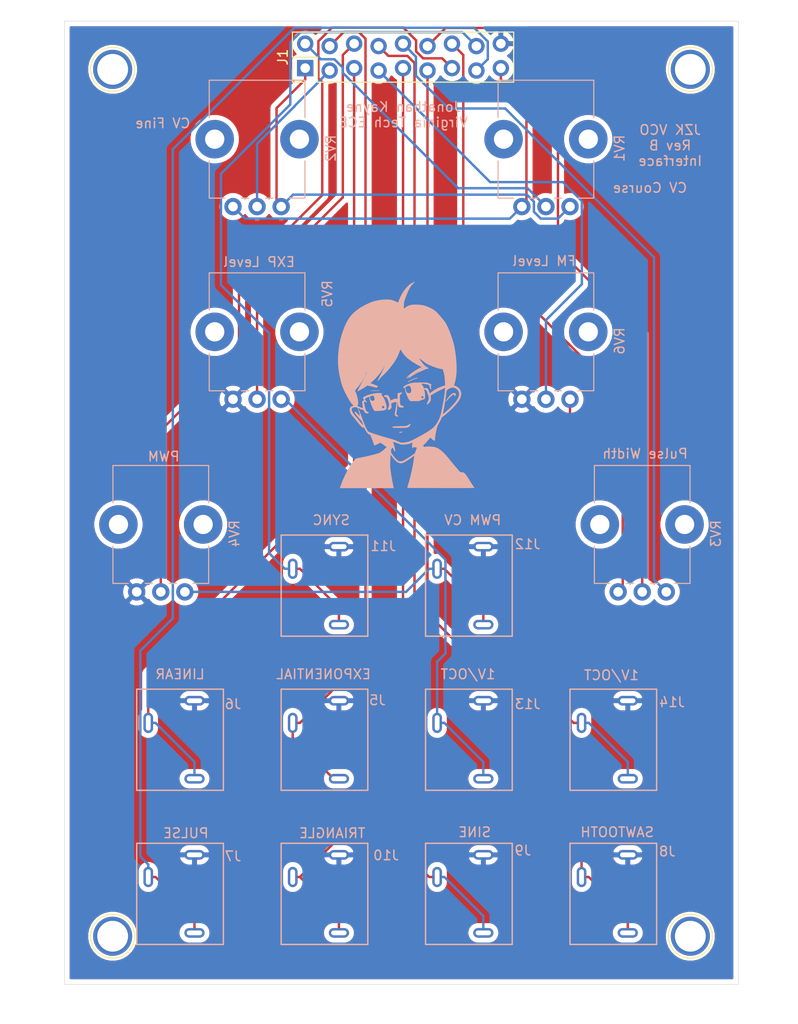
<source format=kicad_pcb>
(kicad_pcb (version 20171130) (host pcbnew "(5.1.0)-1")
  (layers (0 F.Cu signal) (31 B.Cu signal) (34 B.Paste user) (35 F.Paste user) (36 B.SilkS user) (37 F.SilkS user) (38 B.Mask user) (39 F.Mask user) (44 Edge.Cuts user))
  (net 0 "")
  (net 1 Sine)
  (net 2 CV1)
  (net 3 Triangle)
  (net 4 CV2)
  (net 5 Sawtooth)
  (net 6 PWM_CV)
  (net 7 Pulse)
  (net 8 EXP_FM_CV)
  (net 9 Sync)
  (net 10 LIN_FM_CV)
  (net 11 GND)
  (net 12 -12V)
  (net 13 +12V)
  (net 14 "Net-(J12-Pad2)")
  (net 15 "Net-(J13-Pad2)")
  (net 16 "Net-(J14-Pad2)")
  (net 17 "Net-(CN1-Pad1)")
  (net 18 "Net-(CN2-Pad1)")
  (net 19 "Net-(CN3-Pad1)")
  (net 20 "Net-(CN4-Pad1)")
  (net 21 PW-)
  (net 22 Pulse_Width)
  (net 23 PW+)
  (net 24 CV_Fine)
  (net 25 CV_Coarse)
  (module Synth:Schurter_4832_Jack (layer B.Cu) (at 72.5 104.25)
    (fp_text reference J5 (at 5 -3.75) (layer B.SilkS) (effects (justify mirror)))
    (fp_text value 4832)
    (pad 3 thru_hole oval (at 1 4.4 90) (size 1 2.1) (drill oval 0.5 1.6) (layers *.Cu *.Mask) (net 2 CV1))
    (pad 2 thru_hole oval (at -3.8 -1.4 180) (size 1 2.1) (drill oval 0.5 1.6) (layers *.Cu *.Mask) (net 2 CV1))
    (pad 1 thru_hole oval (at 1 -3.7 270) (size 1 2.1) (drill oval 0.5 1.6) (layers *.Cu *.Mask) (net 11 GND))
  )
  (module Synth:Schurter_4832_Jack (layer B.Cu) (at 57.5 104.25)
    (fp_text reference J6 (at 5 -3.35) (layer B.SilkS) (effects (justify mirror)))
    (fp_text value 4832)
    (pad 3 thru_hole oval (at 1 4.4 90) (size 1 2.1) (drill oval 0.5 1.6) (layers *.Cu *.Mask) (net 4 CV2))
    (pad 2 thru_hole oval (at -3.8 -1.4 180) (size 1 2.1) (drill oval 0.5 1.6) (layers *.Cu *.Mask) (net 4 CV2))
    (pad 1 thru_hole oval (at 1 -3.7 270) (size 1 2.1) (drill oval 0.5 1.6) (layers *.Cu *.Mask) (net 11 GND))
  )
  (module Synth:Schurter_4832_Jack (layer B.Cu) (at 57.5 120.25)
    (fp_text reference J7 (at 5 -3.55) (layer B.SilkS) (effects (justify mirror)))
    (fp_text value 4832)
    (pad 3 thru_hole oval (at 1 4.4 90) (size 1 2.1) (drill oval 0.5 1.6) (layers *.Cu *.Mask) (net 7 Pulse))
    (pad 2 thru_hole oval (at -3.8 -1.4 180) (size 1 2.1) (drill oval 0.5 1.6) (layers *.Cu *.Mask) (net 7 Pulse))
    (pad 1 thru_hole oval (at 1 -3.7 270) (size 1 2.1) (drill oval 0.5 1.6) (layers *.Cu *.Mask) (net 11 GND))
  )
  (module Synth:Schurter_4832_Jack (layer B.Cu) (at 102.5 120.25)
    (fp_text reference J8 (at 5.1 -4.05) (layer B.SilkS) (effects (justify mirror)))
    (fp_text value 4832)
    (pad 3 thru_hole oval (at 1 4.4 90) (size 1 2.1) (drill oval 0.5 1.6) (layers *.Cu *.Mask) (net 5 Sawtooth))
    (pad 2 thru_hole oval (at -3.8 -1.4 180) (size 1 2.1) (drill oval 0.5 1.6) (layers *.Cu *.Mask) (net 5 Sawtooth))
    (pad 1 thru_hole oval (at 1 -3.7 270) (size 1 2.1) (drill oval 0.5 1.6) (layers *.Cu *.Mask) (net 11 GND))
  )
  (module Synth:Schurter_4832_Jack (layer B.Cu) (at 87.5 120.25)
    (fp_text reference J9 (at 5.1 -4.15) (layer B.SilkS) (effects (justify mirror)))
    (fp_text value 4832)
    (pad 3 thru_hole oval (at 1 4.4 90) (size 1 2.1) (drill oval 0.5 1.6) (layers *.Cu *.Mask) (net 1 Sine))
    (pad 2 thru_hole oval (at -3.8 -1.4 180) (size 1 2.1) (drill oval 0.5 1.6) (layers *.Cu *.Mask) (net 1 Sine))
    (pad 1 thru_hole oval (at 1 -3.7 270) (size 1 2.1) (drill oval 0.5 1.6) (layers *.Cu *.Mask) (net 11 GND))
  )
  (module Synth:Schurter_4832_Jack (layer B.Cu) (at 72.5 120.25)
    (fp_text reference J10 (at 5.9 -3.65) (layer B.SilkS) (effects (justify mirror)))
    (fp_text value 4832)
    (pad 3 thru_hole oval (at 1 4.4 90) (size 1 2.1) (drill oval 0.5 1.6) (layers *.Cu *.Mask) (net 3 Triangle))
    (pad 2 thru_hole oval (at -3.8 -1.4 180) (size 1 2.1) (drill oval 0.5 1.6) (layers *.Cu *.Mask) (net 3 Triangle))
    (pad 1 thru_hole oval (at 1 -3.7 270) (size 1 2.1) (drill oval 0.5 1.6) (layers *.Cu *.Mask) (net 11 GND))
  )
  (module Synth:Schurter_4832_Jack (layer B.Cu) (at 72.5 88.25)
    (fp_text reference J11 (at 5.6 -3.75) (layer B.SilkS) (effects (justify mirror)))
    (fp_text value 4832)
    (pad 3 thru_hole oval (at 1 4.4 90) (size 1 2.1) (drill oval 0.5 1.6) (layers *.Cu *.Mask) (net 9 Sync))
    (pad 2 thru_hole oval (at -3.8 -1.4 180) (size 1 2.1) (drill oval 0.5 1.6) (layers *.Cu *.Mask) (net 9 Sync))
    (pad 1 thru_hole oval (at 1 -3.7 270) (size 1 2.1) (drill oval 0.5 1.6) (layers *.Cu *.Mask) (net 11 GND))
  )
  (module Synth:Schurter_4832_Jack (layer B.Cu) (at 87.5 88.25)
    (fp_text reference J12 (at 5.6 -3.95) (layer B.SilkS) (effects (justify mirror)))
    (fp_text value 4832)
    (pad 3 thru_hole oval (at 1 4.4 90) (size 1 2.1) (drill oval 0.5 1.6) (layers *.Cu *.Mask) (net 14 "Net-(J12-Pad2)"))
    (pad 2 thru_hole oval (at -3.8 -1.4 180) (size 1 2.1) (drill oval 0.5 1.6) (layers *.Cu *.Mask) (net 14 "Net-(J12-Pad2)"))
    (pad 1 thru_hole oval (at 1 -3.7 270) (size 1 2.1) (drill oval 0.5 1.6) (layers *.Cu *.Mask) (net 11 GND))
  )
  (module Synth:Schurter_4832_Jack (layer B.Cu) (at 87.5 104.25)
    (fp_text reference J13 (at 5.6 -3.35) (layer B.SilkS) (effects (justify mirror)))
    (fp_text value 4832)
    (pad 3 thru_hole oval (at 1 4.4 90) (size 1 2.1) (drill oval 0.5 1.6) (layers *.Cu *.Mask) (net 15 "Net-(J13-Pad2)"))
    (pad 2 thru_hole oval (at -3.8 -1.4 180) (size 1 2.1) (drill oval 0.5 1.6) (layers *.Cu *.Mask) (net 15 "Net-(J13-Pad2)"))
    (pad 1 thru_hole oval (at 1 -3.7 270) (size 1 2.1) (drill oval 0.5 1.6) (layers *.Cu *.Mask) (net 11 GND))
  )
  (module Synth:Schurter_4832_Jack (layer B.Cu) (at 102.5 104.25)
    (fp_text reference J14 (at 5.6 -3.55) (layer B.SilkS) (effects (justify mirror)))
    (fp_text value 4832)
    (pad 3 thru_hole oval (at 1 4.4 90) (size 1 2.1) (drill oval 0.5 1.6) (layers *.Cu *.Mask) (net 16 "Net-(J14-Pad2)"))
    (pad 2 thru_hole oval (at -3.8 -1.4 180) (size 1 2.1) (drill oval 0.5 1.6) (layers *.Cu *.Mask) (net 16 "Net-(J14-Pad2)"))
    (pad 1 thru_hole oval (at 1 -3.7 270) (size 1 2.1) (drill oval 0.5 1.6) (layers *.Cu *.Mask) (net 11 GND))
  )
  (module Synth:Potentiometer_Bourns_PTV09A-1_Single_Vertical (layer B.Cu) (at 95 41.75 90)
    (fp_text reference RV1 (at -1.45 7.65 90) (layer B.SilkS) (effects (justify mirror)))
    (fp_text value 25k)
    (pad 3 thru_hole circle (at -7.5 2.5 90) (size 1.8 1.8) (drill 1) (layers *.Cu *.Mask) (net 13 +12V))
    (pad 2 thru_hole circle (at -7.5 0 90) (size 1.8 1.8) (drill 1) (layers *.Cu *.Mask) (net 25 CV_Coarse))
    (pad 1 thru_hole circle (at -7.5 -2.5 90) (size 1.8 1.8) (drill 1) (layers *.Cu *.Mask) (net 12 -12V))
    (pad "" np_thru_hole circle (at -0.5 4.4 90) (size 4 4) (drill 2) (layers *.Cu *.Mask))
    (pad "" np_thru_hole circle (at -0.5 -4.4 90) (size 4 4) (drill 2) (layers *.Cu *.Mask))
  )
  (module Synth:Potentiometer_Bourns_PTV09A-1_Single_Vertical (layer B.Cu) (at 65 41.75 90)
    (fp_text reference RV2 (at -1.45 7.65 90) (layer B.SilkS) (effects (justify mirror)))
    (fp_text value 25k)
    (pad 3 thru_hole circle (at -7.5 2.5 90) (size 1.8 1.8) (drill 1) (layers *.Cu *.Mask) (net 13 +12V))
    (pad 2 thru_hole circle (at -7.5 0 90) (size 1.8 1.8) (drill 1) (layers *.Cu *.Mask) (net 24 CV_Fine))
    (pad 1 thru_hole circle (at -7.5 -2.5 90) (size 1.8 1.8) (drill 1) (layers *.Cu *.Mask) (net 12 -12V))
    (pad "" np_thru_hole circle (at -0.5 4.4 90) (size 4 4) (drill 2) (layers *.Cu *.Mask))
    (pad "" np_thru_hole circle (at -0.5 -4.4 90) (size 4 4) (drill 2) (layers *.Cu *.Mask))
  )
  (module Synth:Potentiometer_Bourns_PTV09A-1_Single_Vertical (layer B.Cu) (at 105 81.75 90)
    (fp_text reference RV3 (at -1.45 7.65 90) (layer B.SilkS) (effects (justify mirror)))
    (fp_text value 25k)
    (pad 3 thru_hole circle (at -7.5 2.5 90) (size 1.8 1.8) (drill 1) (layers *.Cu *.Mask) (net 23 PW+))
    (pad 2 thru_hole circle (at -7.5 0 90) (size 1.8 1.8) (drill 1) (layers *.Cu *.Mask) (net 22 Pulse_Width))
    (pad 1 thru_hole circle (at -7.5 -2.5 90) (size 1.8 1.8) (drill 1) (layers *.Cu *.Mask) (net 21 PW-))
    (pad "" np_thru_hole circle (at -0.5 4.4 90) (size 4 4) (drill 2) (layers *.Cu *.Mask))
    (pad "" np_thru_hole circle (at -0.5 -4.4 90) (size 4 4) (drill 2) (layers *.Cu *.Mask))
  )
  (module Synth:Potentiometer_Bourns_PTV09A-1_Single_Vertical (layer B.Cu) (at 55 81.75 90)
    (fp_text reference RV4 (at -1.45 7.65 90) (layer B.SilkS) (effects (justify mirror)))
    (fp_text value 25k)
    (pad 3 thru_hole circle (at -7.5 2.5 90) (size 1.8 1.8) (drill 1) (layers *.Cu *.Mask) (net 14 "Net-(J12-Pad2)"))
    (pad 2 thru_hole circle (at -7.5 0 90) (size 1.8 1.8) (drill 1) (layers *.Cu *.Mask) (net 6 PWM_CV))
    (pad 1 thru_hole circle (at -7.5 -2.5 90) (size 1.8 1.8) (drill 1) (layers *.Cu *.Mask) (net 11 GND))
    (pad "" np_thru_hole circle (at -0.5 4.4 90) (size 4 4) (drill 2) (layers *.Cu *.Mask))
    (pad "" np_thru_hole circle (at -0.5 -4.4 90) (size 4 4) (drill 2) (layers *.Cu *.Mask))
  )
  (module Synth:Potentiometer_Bourns_PTV09A-1_Single_Vertical (layer B.Cu) (at 65 61.75 90)
    (fp_text reference RV5 (at 3.45 7.3 90) (layer B.SilkS) (effects (justify mirror)))
    (fp_text value 25k)
    (pad 3 thru_hole circle (at -7.5 2.5 90) (size 1.8 1.8) (drill 1) (layers *.Cu *.Mask) (net 15 "Net-(J13-Pad2)"))
    (pad 2 thru_hole circle (at -7.5 0 90) (size 1.8 1.8) (drill 1) (layers *.Cu *.Mask) (net 8 EXP_FM_CV))
    (pad 1 thru_hole circle (at -7.5 -2.5 90) (size 1.8 1.8) (drill 1) (layers *.Cu *.Mask) (net 11 GND))
    (pad "" np_thru_hole circle (at -0.5 4.4 90) (size 4 4) (drill 2) (layers *.Cu *.Mask))
    (pad "" np_thru_hole circle (at -0.5 -4.4 90) (size 4 4) (drill 2) (layers *.Cu *.Mask))
  )
  (module Synth:Potentiometer_Bourns_PTV09A-1_Single_Vertical (layer B.Cu) (at 95 61.75 90)
    (fp_text reference RV6 (at -1.45 7.65 90) (layer B.SilkS) (effects (justify mirror)))
    (fp_text value 25k)
    (pad 3 thru_hole circle (at -7.5 2.5 90) (size 1.8 1.8) (drill 1) (layers *.Cu *.Mask) (net 16 "Net-(J14-Pad2)"))
    (pad 2 thru_hole circle (at -7.5 0 90) (size 1.8 1.8) (drill 1) (layers *.Cu *.Mask) (net 10 LIN_FM_CV))
    (pad 1 thru_hole circle (at -7.5 -2.5 90) (size 1.8 1.8) (drill 1) (layers *.Cu *.Mask) (net 11 GND))
    (pad "" np_thru_hole circle (at -0.5 4.4 90) (size 4 4) (drill 2) (layers *.Cu *.Mask))
    (pad "" np_thru_hole circle (at -0.5 -4.4 90) (size 4 4) (drill 2) (layers *.Cu *.Mask))
  )
  (module Synth:M3_Screw_Hole (layer F.Cu) (at 110 125)
    (fp_text reference CN1 hide)
    (fp_text value M3_Screw hide)
    (pad 1 thru_hole circle (at 0 0) (size 4.064 4.064) (drill 3.2) (layers *.Cu *.Mask) (net 17 "Net-(CN1-Pad1)"))
  )
  (module Synth:M3_Screw_Hole (layer F.Cu) (at 50 125)
    (fp_text reference CN2 hide)
    (fp_text value M3_Screw hide)
    (pad 1 thru_hole circle (at 0 0) (size 4.064 4.064) (drill 3.2) (layers *.Cu *.Mask) (net 18 "Net-(CN2-Pad1)"))
  )
  (module Synth:M3_Screw_Hole (layer F.Cu) (at 110 35)
    (fp_text reference CN3 hide)
    (fp_text value M3_Screw hide)
    (pad 1 thru_hole circle (at 0 0) (size 4.064 4.064) (drill 3.2) (layers *.Cu *.Mask) (net 19 "Net-(CN3-Pad1)"))
  )
  (module Synth:M3_Screw_Hole (layer F.Cu) (at 50 35)
    (fp_text reference CN4 hide)
    (fp_text value M3_Screw hide)
    (pad 1 thru_hole circle (at 0 0) (size 4.064 4.064) (drill 3.2) (layers *.Cu *.Mask) (net 20 "Net-(CN4-Pad1)"))
  )
  (module Synth:PinHeader_2x09_P2.54mm_Vertical_Zigzag (layer F.Cu) (at 70 35 90)
    (fp_text reference J1 (at 1.27 -2.33 90) (layer F.SilkS))
    (fp_text value Interface)
    (pad 1 thru_hole rect (at 0.127 0 90) (size 1.7 1.7) (drill 1) (layers *.Cu *.Mask) (net 13 +12V))
    (pad 2 thru_hole oval (at 2.667 0 90) (size 1.7 1.7) (drill 1) (layers *.Cu *.Mask) (net 25 CV_Coarse))
    (pad 3 thru_hole oval (at -0.127 2.54 90) (size 1.7 1.7) (drill 1) (layers *.Cu *.Mask) (net 24 CV_Fine))
    (pad 4 thru_hole oval (at 2.413 2.54 90) (size 1.7 1.7) (drill 1) (layers *.Cu *.Mask) (net 2 CV1))
    (pad 5 thru_hole oval (at 0.127 5.08 90) (size 1.7 1.7) (drill 1) (layers *.Cu *.Mask) (net 4 CV2))
    (pad 6 thru_hole oval (at 2.667 5.08 90) (size 1.7 1.7) (drill 1) (layers *.Cu *.Mask) (net 8 EXP_FM_CV))
    (pad 7 thru_hole oval (at -0.127 7.62 90) (size 1.7 1.7) (drill 1) (layers *.Cu *.Mask) (net 10 LIN_FM_CV))
    (pad 8 thru_hole oval (at 2.413 7.62 90) (size 1.7 1.7) (drill 1) (layers *.Cu *.Mask) (net 1 Sine))
    (pad 9 thru_hole oval (at 0.127 10.16 90) (size 1.7 1.7) (drill 1) (layers *.Cu *.Mask) (net 3 Triangle))
    (pad 10 thru_hole oval (at 2.667 10.16 90) (size 1.7 1.7) (drill 1) (layers *.Cu *.Mask) (net 23 PW+))
    (pad 11 thru_hole oval (at -0.127 12.7 90) (size 1.7 1.7) (drill 1) (layers *.Cu *.Mask) (net 5 Sawtooth))
    (pad 12 thru_hole oval (at 2.413 12.7 90) (size 1.7 1.7) (drill 1) (layers *.Cu *.Mask) (net 22 Pulse_Width))
    (pad 13 thru_hole oval (at 0.127 15.24 90) (size 1.7 1.7) (drill 1) (layers *.Cu *.Mask) (net 6 PWM_CV))
    (pad 14 thru_hole oval (at 2.667 15.24 90) (size 1.7 1.7) (drill 1) (layers *.Cu *.Mask) (net 21 PW-))
    (pad 15 thru_hole oval (at -0.127 17.78 90) (size 1.7 1.7) (drill 1) (layers *.Cu *.Mask) (net 7 Pulse))
    (pad 16 thru_hole oval (at 2.413 17.78 90) (size 1.7 1.7) (drill 1) (layers *.Cu *.Mask) (net 9 Sync))
    (pad 17 thru_hole oval (at 0.127 20.32 90) (size 1.7 1.7) (drill 1) (layers *.Cu *.Mask) (net 12 -12V))
    (pad 18 thru_hole oval (at 2.667 20.32 90) (size 1.7 1.7) (drill 1) (layers *.Cu *.Mask) (net 11 GND))
  )
  (module Synth:ChibiHead (layer B.Cu) (at 79.8 67.5 180)
    (fp_text reference PHOTO1 hide)
    (fp_text value LOGO hide)
  )
  (gr_text "Jonathan Kayne\nVirginia Tech ECE" (at 80.2 39.7) (layer B.SilkS) (effects (font (size 1 1)) (justify mirror)))
  (gr_text "JZK VCO\nRev B\nInterface\n" (at 107.9 42.9) (layer B.SilkS) (effects (font (size 1 1)) (justify mirror)))
  (gr_text 1V/OCT (at 101.8 97.9) (layer B.SilkS) (effects (font (size 1 1)) (justify mirror)))
  (gr_text PULSE (at 57.6 114.3) (layer B.SilkS) (effects (font (size 1 1)) (justify mirror)))
  (gr_text TRIANGLE (at 72.8 114.3) (layer B.SilkS) (effects (font (size 1 1)) (justify mirror)))
  (gr_text SINE (at 87.6 114.2) (layer B.SilkS) (effects (font (size 1 1)) (justify mirror)))
  (gr_text SAWTOOTH (at 102.4 114.2) (layer B.SilkS) (effects (font (size 1 1)) (justify mirror)))
  (gr_text 1V/OCT (at 86.9 97.8) (layer B.SilkS) (effects (font (size 1 1)) (justify mirror)))
  (gr_text EXPONENTIAL (at 71.9 97.8) (layer B.SilkS) (effects (font (size 1 1)) (justify mirror)))
  (gr_text LINEAR (at 57 97.8) (layer B.SilkS) (effects (font (size 1 1)) (justify mirror)))
  (gr_text SYNC (at 72.7 81.8) (layer B.SilkS) (effects (font (size 1 1)) (justify mirror)))
  (gr_text "PWM CV" (at 87.4 81.8) (layer B.SilkS) (effects (font (size 1 1)) (justify mirror)))
  (gr_text "Pulse Width" (at 105.3 74.9) (layer B.SilkS) (effects (font (size 1 1)) (justify mirror)))
  (gr_text PWM (at 55.3 75.2) (layer B.SilkS) (effects (font (size 1 1)) (justify mirror)))
  (gr_text "EXP Level" (at 65.2 55) (layer B.SilkS) (effects (font (size 1 1)) (justify mirror)))
  (gr_text "FM Level" (at 94.8 54.9) (layer B.SilkS) (effects (font (size 1 1)) (justify mirror)))
  (gr_text "CV Course" (at 105.8 47.3) (layer B.SilkS) (effects (font (size 1 1)) (justify mirror)))
  (gr_text "CV Fine" (at 55.2 40.6) (layer B.SilkS) (effects (font (size 1 1)) (justify mirror)))
  (gr_line (start 45 130) (end 45 30) (layer Edge.Cuts) (width 0.05))
  (gr_line (start 115 130) (end 45 130) (layer Edge.Cuts) (width 0.05))
  (gr_line (start 115 30) (end 115 130) (layer Edge.Cuts) (width 0.05))
  (gr_line (start 45 30) (end 115 30) (layer Edge.Cuts) (width 0.05))
  (segment (start 82.8747 118.85) (end 83.7 118.85) (width 0.25) (layer F.Cu) (net 1))
  (segment (start 81.3502 117.3255) (end 82.8747 118.85) (width 0.25) (layer F.Cu) (net 1))
  (segment (start 81.3502 34.3348) (end 81.3502 117.3255) (width 0.25) (layer F.Cu) (net 1))
  (segment (start 80.6184 33.603) (end 81.3502 34.3348) (width 0.25) (layer F.Cu) (net 1))
  (segment (start 78.636 33.603) (end 80.6184 33.603) (width 0.25) (layer F.Cu) (net 1))
  (segment (start 77.62 32.587) (end 78.636 33.603) (width 0.25) (layer F.Cu) (net 1))
  (segment (start 84.45 118.85) (end 83.7 118.85) (width 0.25) (layer B.Cu) (net 1))
  (segment (start 88.5 122.9) (end 84.45 118.85) (width 0.25) (layer B.Cu) (net 1))
  (segment (start 88.5 124.65) (end 88.5 122.9) (width 0.25) (layer B.Cu) (net 1))
  (segment (start 68.7 104.15) (end 68.7 102.85) (width 0.25) (layer F.Cu) (net 2))
  (segment (start 68.7 104.4) (end 68.7 104.15) (width 0.25) (layer F.Cu) (net 2))
  (segment (start 72.95 108.65) (end 68.7 104.4) (width 0.25) (layer F.Cu) (net 2))
  (segment (start 73.5 108.65) (end 72.95 108.65) (width 0.25) (layer F.Cu) (net 2))
  (segment (start 69.45 102.85) (end 68.7 102.85) (width 0.25) (layer F.Cu) (net 2))
  (segment (start 76.263 96.037) (end 69.45 102.85) (width 0.25) (layer F.Cu) (net 2))
  (segment (start 76.263 31.822) (end 76.263 96.037) (width 0.25) (layer F.Cu) (net 2))
  (segment (start 75.5547 31.1137) (end 76.263 31.822) (width 0.25) (layer F.Cu) (net 2))
  (segment (start 74.0133 31.1137) (end 75.5547 31.1137) (width 0.25) (layer F.Cu) (net 2))
  (segment (start 72.54 32.587) (end 74.0133 31.1137) (width 0.25) (layer F.Cu) (net 2))
  (segment (start 73.5 122.9) (end 69.45 118.85) (width 0.25) (layer F.Cu) (net 3))
  (segment (start 73.5 124.65) (end 73.5 122.9) (width 0.25) (layer F.Cu) (net 3))
  (segment (start 80.16 108.14) (end 80.16 106.76) (width 0.25) (layer F.Cu) (net 3))
  (segment (start 69.45 118.85) (end 80.16 108.14) (width 0.25) (layer F.Cu) (net 3))
  (segment (start 68.7 118.85) (end 69.45 118.85) (width 0.25) (layer F.Cu) (net 3))
  (segment (start 80.16 34.873) (end 80.16 106.76) (width 0.25) (layer F.Cu) (net 3))
  (segment (start 75.08 34.873) (end 75.08 76.3603) (width 0.25) (layer F.Cu) (net 4))
  (segment (start 75.08 76.3603) (end 53.7 97.7403) (width 0.25) (layer F.Cu) (net 4))
  (segment (start 53.7 97.7403) (end 53.7 102.85) (width 0.25) (layer F.Cu) (net 4))
  (segment (start 54.45 102.85) (end 53.7 102.85) (width 0.25) (layer B.Cu) (net 4))
  (segment (start 58.5 106.9) (end 54.45 102.85) (width 0.25) (layer B.Cu) (net 4))
  (segment (start 58.5 108.65) (end 58.5 106.9) (width 0.25) (layer B.Cu) (net 4))
  (segment (start 82.7 35.127) (end 82.7 91.4979) (width 0.25) (layer F.Cu) (net 5))
  (segment (start 82.7 91.4979) (end 98.7 107.4979) (width 0.25) (layer F.Cu) (net 5))
  (segment (start 98.7 107.4979) (end 98.7 118.85) (width 0.25) (layer F.Cu) (net 5))
  (segment (start 99.45 118.85) (end 98.7 118.85) (width 0.25) (layer F.Cu) (net 5))
  (segment (start 103.5 122.9) (end 99.45 118.85) (width 0.25) (layer F.Cu) (net 5))
  (segment (start 103.5 124.65) (end 103.5 122.9) (width 0.25) (layer F.Cu) (net 5))
  (segment (start 55 72.4878) (end 55 89.25) (width 0.25) (layer F.Cu) (net 6))
  (segment (start 63.1225 64.3653) (end 55 72.4878) (width 0.25) (layer F.Cu) (net 6))
  (segment (start 63.1225 56.7034) (end 63.1225 64.3653) (width 0.25) (layer F.Cu) (net 6))
  (segment (start 71.7676 36.3446) (end 71.7676 48.0583) (width 0.25) (layer F.Cu) (net 6))
  (segment (start 71.3645 35.9415) (end 71.7676 36.3446) (width 0.25) (layer F.Cu) (net 6))
  (segment (start 71.3645 32.0868) (end 71.3645 35.9415) (width 0.25) (layer F.Cu) (net 6))
  (segment (start 72.7908 30.6605) (end 71.3645 32.0868) (width 0.25) (layer F.Cu) (net 6))
  (segment (start 85.24 34.873) (end 84.224 33.857) (width 0.25) (layer F.Cu) (net 6))
  (segment (start 84.224 33.857) (end 82.2416 33.857) (width 0.25) (layer F.Cu) (net 6))
  (segment (start 82.2416 33.857) (end 81.517 33.1324) (width 0.25) (layer F.Cu) (net 6))
  (segment (start 81.517 33.1324) (end 81.517 31.9932) (width 0.25) (layer F.Cu) (net 6))
  (segment (start 71.7676 48.0583) (end 63.1225 56.7034) (width 0.25) (layer F.Cu) (net 6))
  (segment (start 81.517 31.9932) (end 80.1843 30.6605) (width 0.25) (layer F.Cu) (net 6))
  (segment (start 80.1843 30.6605) (end 72.7908 30.6605) (width 0.25) (layer F.Cu) (net 6))
  (segment (start 54.45 118.85) (end 53.7 118.85) (width 0.25) (layer F.Cu) (net 7))
  (segment (start 58.5 122.9) (end 54.45 118.85) (width 0.25) (layer F.Cu) (net 7))
  (segment (start 58.5 124.65) (end 58.5 122.9) (width 0.25) (layer F.Cu) (net 7))
  (segment (start 88.963 32.1067) (end 88.963 33.944) (width 0.25) (layer B.Cu) (net 7))
  (segment (start 87.5393 30.683) (end 88.963 32.1067) (width 0.25) (layer B.Cu) (net 7))
  (segment (start 68.8644 30.683) (end 87.5393 30.683) (width 0.25) (layer B.Cu) (net 7))
  (segment (start 88.963 33.944) (end 87.78 35.127) (width 0.25) (layer B.Cu) (net 7))
  (segment (start 53.7 118.85) (end 53.7 117.55) (width 0.25) (layer B.Cu) (net 7))
  (segment (start 52.8747 116.7247) (end 52.8747 95.3677) (width 0.25) (layer B.Cu) (net 7))
  (segment (start 53.7 117.55) (end 52.8747 116.7247) (width 0.25) (layer B.Cu) (net 7))
  (segment (start 52.8747 95.3677) (end 56.2499 91.9925) (width 0.25) (layer B.Cu) (net 7))
  (segment (start 56.2499 91.9925) (end 56.2499 43.2975) (width 0.25) (layer B.Cu) (net 7))
  (segment (start 56.2499 43.2975) (end 68.8644 30.683) (width 0.25) (layer B.Cu) (net 7))
  (segment (start 65 57.1951) (end 65 69.25) (width 0.25) (layer F.Cu) (net 8))
  (segment (start 73.9047 48.2904) (end 65 57.1951) (width 0.25) (layer F.Cu) (net 8))
  (segment (start 73.9047 33.5083) (end 73.9047 48.2904) (width 0.25) (layer F.Cu) (net 8))
  (segment (start 75.08 32.333) (end 73.9047 33.5083) (width 0.25) (layer F.Cu) (net 8))
  (segment (start 67.8747 86.85) (end 68.7 86.85) (width 0.25) (layer B.Cu) (net 9))
  (segment (start 66.25 85.2253) (end 67.8747 86.85) (width 0.25) (layer B.Cu) (net 9))
  (segment (start 87.78 32.587) (end 86.3264 31.1334) (width 0.25) (layer B.Cu) (net 9))
  (segment (start 86.3264 31.1334) (end 69.5181 31.1334) (width 0.25) (layer B.Cu) (net 9))
  (segment (start 69.5181 31.1334) (end 68.4525 32.199) (width 0.25) (layer B.Cu) (net 9))
  (segment (start 61.2505 57.3891) (end 66.25 62.3886) (width 0.25) (layer B.Cu) (net 9))
  (segment (start 68.4525 32.199) (end 68.4525 38.6392) (width 0.25) (layer B.Cu) (net 9))
  (segment (start 68.4525 38.6392) (end 61.2505 45.8412) (width 0.25) (layer B.Cu) (net 9))
  (segment (start 66.25 62.3886) (end 66.25 85.2253) (width 0.25) (layer B.Cu) (net 9))
  (segment (start 61.2505 45.8412) (end 61.2505 57.3891) (width 0.25) (layer B.Cu) (net 9))
  (segment (start 69.45 86.85) (end 68.7 86.85) (width 0.25) (layer F.Cu) (net 9))
  (segment (start 73.5 90.9) (end 69.45 86.85) (width 0.25) (layer F.Cu) (net 9))
  (segment (start 73.5 92.65) (end 73.5 90.9) (width 0.25) (layer F.Cu) (net 9))
  (segment (start 78.469999 35.976999) (end 77.62 35.127) (width 0.25) (layer B.Cu) (net 10))
  (segment (start 78.476999 35.976999) (end 78.469999 35.976999) (width 0.25) (layer B.Cu) (net 10))
  (segment (start 95 69.25) (end 95 61.0349) (width 0.25) (layer B.Cu) (net 10))
  (segment (start 95 61.0349) (end 98.7309 57.304) (width 0.25) (layer B.Cu) (net 10))
  (segment (start 98.7309 57.304) (end 98.7309 48.6706) (width 0.25) (layer B.Cu) (net 10))
  (segment (start 98.7309 48.6706) (end 96.7677 46.7074) (width 0.25) (layer B.Cu) (net 10))
  (segment (start 96.7677 46.7074) (end 89.2074 46.7074) (width 0.25) (layer B.Cu) (net 10))
  (segment (start 89.2074 46.7074) (end 78.476999 35.976999) (width 0.25) (layer B.Cu) (net 10))
  (segment (start 62.5 49.25) (end 63.7487 50.4987) (width 0.25) (layer B.Cu) (net 12))
  (segment (start 63.7487 50.4987) (end 91.2513 50.4987) (width 0.25) (layer B.Cu) (net 12))
  (segment (start 91.2513 50.4987) (end 92.5 49.25) (width 0.25) (layer B.Cu) (net 12))
  (segment (start 90.32 34.873) (end 90.32 36.0483) (width 0.25) (layer F.Cu) (net 12))
  (segment (start 90.32 36.0483) (end 92.978 38.7063) (width 0.25) (layer F.Cu) (net 12))
  (segment (start 92.978 38.7063) (end 92.978 48.772) (width 0.25) (layer F.Cu) (net 12))
  (segment (start 92.978 48.772) (end 92.5 49.25) (width 0.25) (layer F.Cu) (net 12))
  (segment (start 70 34.873) (end 70 36.0483) (width 0.25) (layer F.Cu) (net 13))
  (segment (start 70 36.0483) (end 67.022 39.0263) (width 0.25) (layer F.Cu) (net 13))
  (segment (start 67.022 39.0263) (end 67.022 48.772) (width 0.25) (layer F.Cu) (net 13))
  (segment (start 67.022 48.772) (end 67.5 49.25) (width 0.25) (layer F.Cu) (net 13))
  (segment (start 97.5 49.25) (end 96.2515 50.4985) (width 0.25) (layer B.Cu) (net 13))
  (segment (start 96.2515 50.4985) (end 94.4639 50.4985) (width 0.25) (layer B.Cu) (net 13))
  (segment (start 94.4639 50.4985) (end 93.75 49.7846) (width 0.25) (layer B.Cu) (net 13))
  (segment (start 93.75 49.7846) (end 93.75 48.7383) (width 0.25) (layer B.Cu) (net 13))
  (segment (start 93.75 48.7383) (end 93.0207 48.009) (width 0.25) (layer B.Cu) (net 13))
  (segment (start 93.0207 48.009) (end 68.741 48.009) (width 0.25) (layer B.Cu) (net 13))
  (segment (start 68.741 48.009) (end 67.5 49.25) (width 0.25) (layer B.Cu) (net 13))
  (segment (start 83.7 86.85) (end 82.8747 86.85) (width 0.25) (layer B.Cu) (net 14))
  (segment (start 57.5 89.25) (end 80.4747 89.25) (width 0.25) (layer B.Cu) (net 14))
  (segment (start 80.4747 89.25) (end 82.8747 86.85) (width 0.25) (layer B.Cu) (net 14))
  (segment (start 84.45 86.85) (end 83.7 86.85) (width 0.25) (layer F.Cu) (net 14))
  (segment (start 88.5 90.9) (end 84.45 86.85) (width 0.25) (layer F.Cu) (net 14))
  (segment (start 88.5 92.65) (end 88.5 90.9) (width 0.25) (layer F.Cu) (net 14))
  (segment (start 84.5645 85.8965) (end 67.918 69.25) (width 0.25) (layer B.Cu) (net 15))
  (segment (start 67.918 69.25) (end 67.5 69.25) (width 0.25) (layer B.Cu) (net 15))
  (segment (start 84.45 102.85) (end 83.7 102.85) (width 0.25) (layer B.Cu) (net 15))
  (segment (start 88.5 106.9) (end 84.45 102.85) (width 0.25) (layer B.Cu) (net 15))
  (segment (start 88.5 108.65) (end 88.5 106.9) (width 0.25) (layer B.Cu) (net 15))
  (segment (start 83.7 96.5) (end 84.5645 95.6355) (width 0.25) (layer B.Cu) (net 15))
  (segment (start 83.7 102.85) (end 83.7 96.5) (width 0.25) (layer B.Cu) (net 15))
  (segment (start 84.5645 95.6355) (end 84.5645 85.8965) (width 0.25) (layer B.Cu) (net 15))
  (segment (start 98.7 102.85) (end 97.8747 102.85) (width 0.25) (layer F.Cu) (net 16))
  (segment (start 97.5 69.25) (end 97.5 102.4753) (width 0.25) (layer F.Cu) (net 16))
  (segment (start 97.5 102.4753) (end 97.8747 102.85) (width 0.25) (layer F.Cu) (net 16))
  (segment (start 99.45 102.85) (end 98.7 102.85) (width 0.25) (layer B.Cu) (net 16))
  (segment (start 103.5 106.9) (end 99.45 102.85) (width 0.25) (layer B.Cu) (net 16))
  (segment (start 103.5 108.65) (end 103.5 106.9) (width 0.25) (layer B.Cu) (net 16))
  (segment (start 102.978 88.772) (end 102.5 89.25) (width 0.25) (layer F.Cu) (net 21))
  (segment (start 102.978 69.1166) (end 102.978 88.772) (width 0.25) (layer F.Cu) (net 21))
  (segment (start 86.4153 52.5539) (end 102.978 69.1166) (width 0.25) (layer F.Cu) (net 21))
  (segment (start 86.4153 33.5083) (end 86.4153 52.5539) (width 0.25) (layer F.Cu) (net 21))
  (segment (start 85.24 32.333) (end 86.4153 33.5083) (width 0.25) (layer F.Cu) (net 21))
  (segment (start 105 62.4505) (end 105 89.25) (width 0.25) (layer F.Cu) (net 22))
  (segment (start 96.25 53.7005) (end 105 62.4505) (width 0.25) (layer F.Cu) (net 22))
  (segment (start 96.25 34.85) (end 96.25 53.7005) (width 0.25) (layer F.Cu) (net 22))
  (segment (start 92.1 30.7) (end 96.25 34.85) (width 0.25) (layer F.Cu) (net 22))
  (segment (start 84.587 30.7) (end 92.1 30.7) (width 0.25) (layer F.Cu) (net 22))
  (segment (start 82.7 32.587) (end 84.587 30.7) (width 0.25) (layer F.Cu) (net 22))
  (segment (start 106.2254 54.5168) (end 106.2254 87.9754) (width 0.25) (layer B.Cu) (net 23))
  (segment (start 90.7726 39.064) (end 106.2254 54.5168) (width 0.25) (layer B.Cu) (net 23))
  (segment (start 81.009999 33.182999) (end 81.009999 33.209999) (width 0.25) (layer B.Cu) (net 23))
  (segment (start 80.16 32.333) (end 81.009999 33.182999) (width 0.25) (layer B.Cu) (net 23))
  (segment (start 81.009999 33.209999) (end 81.5 33.7) (width 0.25) (layer B.Cu) (net 23))
  (segment (start 81.5 33.7) (end 81.5 35.666002) (width 0.25) (layer B.Cu) (net 23))
  (segment (start 81.5 35.666002) (end 84.897998 39.064) (width 0.25) (layer B.Cu) (net 23))
  (segment (start 106.2254 87.9754) (end 107.5 89.25) (width 0.25) (layer B.Cu) (net 23))
  (segment (start 84.897998 39.064) (end 90.7726 39.064) (width 0.25) (layer B.Cu) (net 23))
  (segment (start 71.690001 35.976999) (end 71.690001 36.009999) (width 0.25) (layer B.Cu) (net 24))
  (segment (start 72.54 35.127) (end 71.690001 35.976999) (width 0.25) (layer B.Cu) (net 24))
  (segment (start 68.90251 38.79749) (end 68.902509 38.825601) (width 0.25) (layer B.Cu) (net 24))
  (segment (start 71.690001 36.009999) (end 68.90251 38.79749) (width 0.25) (layer B.Cu) (net 24))
  (segment (start 65 42.72811) (end 65 43.5) (width 0.25) (layer B.Cu) (net 24))
  (segment (start 68.902509 38.825601) (end 65 42.72811) (width 0.25) (layer B.Cu) (net 24))
  (segment (start 65 43.5) (end 65 49.25) (width 0.25) (layer B.Cu) (net 24))
  (segment (start 73.0311 33.9516) (end 73.897 34.8175) (width 0.25) (layer B.Cu) (net 25))
  (segment (start 73.897 34.8175) (end 73.897 35.356) (width 0.25) (layer B.Cu) (net 25))
  (segment (start 73.897 35.356) (end 85.881 47.34) (width 0.25) (layer B.Cu) (net 25))
  (segment (start 85.881 47.34) (end 93.09 47.34) (width 0.25) (layer B.Cu) (net 25))
  (segment (start 93.09 47.34) (end 95 49.25) (width 0.25) (layer B.Cu) (net 25))
  (segment (start 72.751201 33.951999) (end 72.7516 33.9516) (width 0.25) (layer B.Cu) (net 25))
  (segment (start 71.618999 33.951999) (end 72.751201 33.951999) (width 0.25) (layer B.Cu) (net 25))
  (segment (start 70 32.333) (end 71.618999 33.951999) (width 0.25) (layer B.Cu) (net 25))
  (segment (start 72.7516 33.9516) (end 73.0311 33.9516) (width 0.25) (layer B.Cu) (net 25))
  (zone (net 11) (net_name GND) (layer B.Cu) (connect_pads (clearance 0.508)) (min_thickness 0.254) (fill yes (arc_segments 32) (thermal_gap 0.508) (thermal_bridge_width 0.508))
    (polygon (pts (xy 43 28.3) (xy 118.5 28.3) (xy 118.5 130.6) (xy 41.7 130.6)))
  )
  (zone (net 11) (net_name GND) (layer F.Cu) (connect_pads (clearance 0.508)) (min_thickness 0.254) (fill yes (arc_segments 32) (thermal_gap 0.508) (thermal_bridge_width 0.508))
    (polygon (pts (xy 42.9 28.1) (xy 119.4 27.8) (xy 121.2 134.1) (xy 38.3 133.5)))
  )
)
</source>
